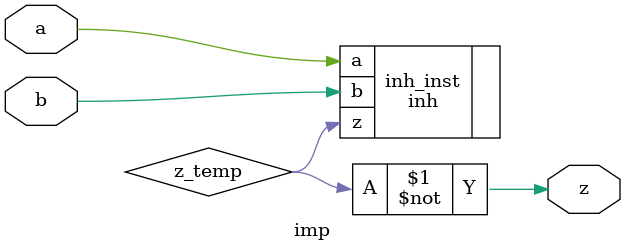
<source format=v>
`include "inh.v"

module imp
    (
        input  a,
        input  b,
        output z
    );

    wire z_temp;

    inh inh_inst
    (
        .a(a),
        .b(b),
        .z(z_temp)
    );

    assign z = ~z_temp;

endmodule
</source>
